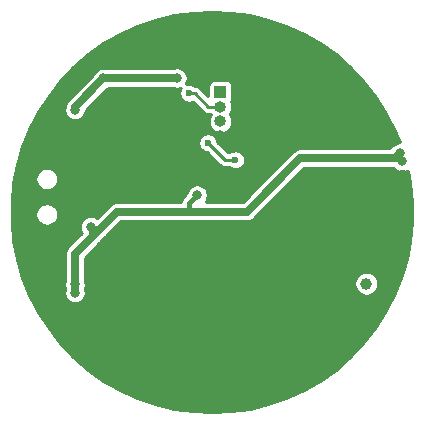
<source format=gbl>
G04 #@! TF.GenerationSoftware,KiCad,Pcbnew,(5.1.6)-1*
G04 #@! TF.CreationDate,2020-12-22T11:02:33+08:00*
G04 #@! TF.ProjectId,V1.0,56312e30-2e6b-4696-9361-645f70636258,rev?*
G04 #@! TF.SameCoordinates,Original*
G04 #@! TF.FileFunction,Copper,L2,Bot*
G04 #@! TF.FilePolarity,Positive*
%FSLAX46Y46*%
G04 Gerber Fmt 4.6, Leading zero omitted, Abs format (unit mm)*
G04 Created by KiCad (PCBNEW (5.1.6)-1) date 2020-12-22 11:02:33*
%MOMM*%
%LPD*%
G01*
G04 APERTURE LIST*
G04 #@! TA.AperFunction,ComponentPad*
%ADD10C,1.000000*%
G04 #@! TD*
G04 #@! TA.AperFunction,ComponentPad*
%ADD11O,1.000000X1.000000*%
G04 #@! TD*
G04 #@! TA.AperFunction,ComponentPad*
%ADD12R,1.000000X1.000000*%
G04 #@! TD*
G04 #@! TA.AperFunction,ViaPad*
%ADD13C,0.600000*%
G04 #@! TD*
G04 #@! TA.AperFunction,ViaPad*
%ADD14C,0.800000*%
G04 #@! TD*
G04 #@! TA.AperFunction,Conductor*
%ADD15C,0.635000*%
G04 #@! TD*
G04 #@! TA.AperFunction,Conductor*
%ADD16C,0.381000*%
G04 #@! TD*
G04 #@! TA.AperFunction,Conductor*
%ADD17C,0.254000*%
G04 #@! TD*
G04 APERTURE END LIST*
D10*
X44489600Y-36073500D03*
X43089600Y-36073500D03*
D11*
X30734000Y-23582000D03*
X30734000Y-22332000D03*
X30734000Y-21082000D03*
D12*
X30734000Y-19832000D03*
D13*
X23939500Y-16002000D03*
X33083500Y-14859000D03*
X41148000Y-22923500D03*
X41148000Y-22098000D03*
X45339000Y-26670000D03*
X46228000Y-26670000D03*
X26289000Y-25781000D03*
X24638000Y-25781000D03*
X22987000Y-25781000D03*
X22987000Y-22225000D03*
X24638000Y-22225000D03*
X26289000Y-24003000D03*
X24638000Y-24003000D03*
X22987000Y-24003000D03*
X38100000Y-18415000D03*
X37465000Y-18415000D03*
X36068000Y-20273333D03*
X26289000Y-22225000D03*
X44323000Y-26670000D03*
X43053000Y-26670000D03*
X43878500Y-22733000D03*
X44831000Y-22479000D03*
X42418000Y-23939500D03*
X39052500Y-19431000D03*
X40068500Y-16954500D03*
X39497000Y-17526000D03*
X19088100Y-40335200D03*
X21094700Y-42227500D03*
X17208500Y-38036500D03*
X18084800Y-39103300D03*
X23482300Y-41059100D03*
X22288500Y-39370000D03*
X24866600Y-33718500D03*
X25908000Y-34734500D03*
X25908000Y-36195000D03*
X24574500Y-39458900D03*
X29210000Y-32639000D03*
X30099000Y-33655000D03*
X31432500Y-34861500D03*
X33020000Y-36322000D03*
X35115500Y-33655000D03*
X36512500Y-34925000D03*
X37909500Y-36195000D03*
X39560500Y-37719000D03*
X34480500Y-37782500D03*
X36068000Y-39370000D03*
X28067000Y-16065500D03*
X31242000Y-17272000D03*
X31242000Y-16129000D03*
X30162500Y-16065500D03*
X30099000Y-17272000D03*
X34671000Y-14795500D03*
X40576500Y-29362500D03*
X39433500Y-29362500D03*
X40005000Y-30099000D03*
X36449000Y-23685500D03*
X36449000Y-22669500D03*
X36449000Y-24638000D03*
X35623500Y-23177500D03*
X35623500Y-24257000D03*
X36576000Y-31750000D03*
X38036500Y-33147000D03*
X39814500Y-34480500D03*
X37401500Y-23685500D03*
D14*
X28765500Y-28575000D03*
X27051000Y-18669000D03*
X18415000Y-21336000D03*
X19748500Y-31242000D03*
X18415000Y-36131500D03*
X18415000Y-36830000D03*
X20828000Y-18694500D03*
X45910500Y-25019000D03*
X46101000Y-25717500D03*
D13*
X32003998Y-25590500D03*
X29667200Y-24142700D03*
X28067000Y-19939000D03*
D15*
X18415000Y-36703000D02*
X18415000Y-36703000D01*
X20853500Y-18669000D02*
X20828000Y-18694500D01*
X27051000Y-18669000D02*
X20853500Y-18669000D01*
X18415000Y-21336000D02*
X18415000Y-21107500D01*
X18415000Y-21107500D02*
X20828000Y-18694500D01*
D16*
X28067000Y-29273500D02*
X28765500Y-28575000D01*
X28067000Y-30035500D02*
X28067000Y-29273500D01*
D15*
X45510501Y-25418999D02*
X45910500Y-25019000D01*
X19939000Y-31496000D02*
X20447000Y-31496000D01*
X20447000Y-31496000D02*
X21971000Y-29972000D01*
X37509501Y-25418999D02*
X45510501Y-25418999D01*
X32956500Y-29972000D02*
X37509501Y-25418999D01*
X21971000Y-29972000D02*
X32956500Y-29972000D01*
X18415000Y-36195000D02*
X18415000Y-36830000D01*
X18415000Y-33528000D02*
X18415000Y-36195000D01*
X19939000Y-31496000D02*
X19939000Y-32004000D01*
X19939000Y-32004000D02*
X18415000Y-33528000D01*
X19939000Y-32004000D02*
X20447000Y-31496000D01*
D17*
X31115000Y-25590500D02*
X32003998Y-25590500D01*
X29667200Y-24142700D02*
X31115000Y-25590500D01*
X29718000Y-21082000D02*
X30734000Y-21082000D01*
X28067000Y-19939000D02*
X28575000Y-19939000D01*
X28575000Y-19939000D02*
X29718000Y-21082000D01*
G36*
X31612816Y-13109828D02*
G01*
X33211026Y-13339616D01*
X34780156Y-13720283D01*
X36305997Y-14248381D01*
X37774729Y-14919129D01*
X39173053Y-15726451D01*
X40488304Y-16663037D01*
X41708571Y-17720405D01*
X42822803Y-18888978D01*
X43820910Y-20158174D01*
X44693853Y-21516500D01*
X45433726Y-22951653D01*
X45897858Y-24111000D01*
X45821070Y-24111000D01*
X45645646Y-24145894D01*
X45480401Y-24214341D01*
X45331684Y-24313711D01*
X45205211Y-24440184D01*
X45105841Y-24588901D01*
X45103936Y-24593499D01*
X37550051Y-24593499D01*
X37509501Y-24589505D01*
X37468950Y-24593499D01*
X37468948Y-24593499D01*
X37347675Y-24605443D01*
X37192067Y-24652646D01*
X37048658Y-24729300D01*
X36954459Y-24806607D01*
X36954456Y-24806610D01*
X36922960Y-24832458D01*
X36897112Y-24863954D01*
X32614568Y-29146500D01*
X29475677Y-29146500D01*
X29570159Y-29005099D01*
X29638606Y-28839854D01*
X29673500Y-28664430D01*
X29673500Y-28485570D01*
X29638606Y-28310146D01*
X29570159Y-28144901D01*
X29470789Y-27996184D01*
X29344316Y-27869711D01*
X29195599Y-27770341D01*
X29030354Y-27701894D01*
X28854930Y-27667000D01*
X28676070Y-27667000D01*
X28500646Y-27701894D01*
X28335401Y-27770341D01*
X28186684Y-27869711D01*
X28060211Y-27996184D01*
X27960841Y-28144901D01*
X27892394Y-28310146D01*
X27857500Y-28485570D01*
X27857500Y-28495172D01*
X27597343Y-28755330D01*
X27570698Y-28777197D01*
X27548830Y-28803843D01*
X27548826Y-28803847D01*
X27483409Y-28883557D01*
X27418549Y-29004902D01*
X27411008Y-29029762D01*
X27378607Y-29136570D01*
X27377629Y-29146500D01*
X22011542Y-29146500D01*
X21970999Y-29142507D01*
X21930456Y-29146500D01*
X21930447Y-29146500D01*
X21809174Y-29158444D01*
X21653566Y-29205647D01*
X21528678Y-29272402D01*
X21510156Y-29282302D01*
X21454033Y-29328361D01*
X21384459Y-29385459D01*
X21358608Y-29416959D01*
X20274289Y-30501279D01*
X20178599Y-30437341D01*
X20013354Y-30368894D01*
X19837930Y-30334000D01*
X19659070Y-30334000D01*
X19483646Y-30368894D01*
X19318401Y-30437341D01*
X19169684Y-30536711D01*
X19043211Y-30663184D01*
X18943841Y-30811901D01*
X18875394Y-30977146D01*
X18840500Y-31152570D01*
X18840500Y-31331430D01*
X18875394Y-31506854D01*
X18943841Y-31672099D01*
X19007779Y-31767788D01*
X17859966Y-32915602D01*
X17828459Y-32941459D01*
X17759214Y-33025835D01*
X17725301Y-33067158D01*
X17648648Y-33210566D01*
X17648647Y-33210567D01*
X17601444Y-33366175D01*
X17589500Y-33487447D01*
X17585506Y-33528000D01*
X17589500Y-33568551D01*
X17589501Y-35751713D01*
X17541894Y-35866646D01*
X17507000Y-36042070D01*
X17507000Y-36220930D01*
X17541894Y-36396354D01*
X17576852Y-36480750D01*
X17541894Y-36565146D01*
X17507000Y-36740570D01*
X17507000Y-36919430D01*
X17541894Y-37094854D01*
X17610341Y-37260099D01*
X17709711Y-37408816D01*
X17836184Y-37535289D01*
X17984901Y-37634659D01*
X18150146Y-37703106D01*
X18325570Y-37738000D01*
X18504430Y-37738000D01*
X18679854Y-37703106D01*
X18845099Y-37634659D01*
X18993816Y-37535289D01*
X19120289Y-37408816D01*
X19219659Y-37260099D01*
X19288106Y-37094854D01*
X19323000Y-36919430D01*
X19323000Y-36740570D01*
X19288106Y-36565146D01*
X19253148Y-36480750D01*
X19288106Y-36396354D01*
X19323000Y-36220930D01*
X19323000Y-36042070D01*
X19309504Y-35974221D01*
X42081600Y-35974221D01*
X42081600Y-36172779D01*
X42120337Y-36367523D01*
X42196322Y-36550967D01*
X42306635Y-36716062D01*
X42447038Y-36856465D01*
X42612133Y-36966778D01*
X42795577Y-37042763D01*
X42990321Y-37081500D01*
X43188879Y-37081500D01*
X43383623Y-37042763D01*
X43567067Y-36966778D01*
X43732162Y-36856465D01*
X43872565Y-36716062D01*
X43982878Y-36550967D01*
X44058863Y-36367523D01*
X44097600Y-36172779D01*
X44097600Y-35974221D01*
X44058863Y-35779477D01*
X43982878Y-35596033D01*
X43872565Y-35430938D01*
X43732162Y-35290535D01*
X43567067Y-35180222D01*
X43383623Y-35104237D01*
X43188879Y-35065500D01*
X42990321Y-35065500D01*
X42795577Y-35104237D01*
X42612133Y-35180222D01*
X42447038Y-35290535D01*
X42306635Y-35430938D01*
X42196322Y-35596033D01*
X42120337Y-35779477D01*
X42081600Y-35974221D01*
X19309504Y-35974221D01*
X19288106Y-35866646D01*
X19240500Y-35751715D01*
X19240500Y-33869932D01*
X20494039Y-32616394D01*
X20525541Y-32590541D01*
X20551398Y-32559034D01*
X21002034Y-32108398D01*
X21033541Y-32082541D01*
X21059398Y-32051034D01*
X22312933Y-30797500D01*
X32915950Y-30797500D01*
X32956500Y-30801494D01*
X32997050Y-30797500D01*
X32997053Y-30797500D01*
X33118326Y-30785556D01*
X33273934Y-30738353D01*
X33417342Y-30661699D01*
X33543041Y-30558541D01*
X33568898Y-30527034D01*
X37851435Y-26244499D01*
X45361088Y-26244499D01*
X45395711Y-26296316D01*
X45522184Y-26422789D01*
X45670901Y-26522159D01*
X45836146Y-26590606D01*
X46011570Y-26625500D01*
X46190430Y-26625500D01*
X46365854Y-26590606D01*
X46531099Y-26522159D01*
X46582738Y-26487655D01*
X46794300Y-27585344D01*
X46947782Y-29192678D01*
X46947782Y-30807322D01*
X46794300Y-32414656D01*
X46488727Y-34000122D01*
X46033829Y-35549362D01*
X45433726Y-37048347D01*
X44693853Y-38483500D01*
X43820910Y-39841826D01*
X42822803Y-41111022D01*
X41708571Y-42279595D01*
X40488304Y-43336963D01*
X39173053Y-44273549D01*
X37774729Y-45080871D01*
X36305997Y-45751619D01*
X34780156Y-46279717D01*
X33211026Y-46660384D01*
X31612816Y-46890172D01*
X30000000Y-46967000D01*
X28387184Y-46890172D01*
X26788974Y-46660384D01*
X25219844Y-46279717D01*
X23694003Y-45751619D01*
X22225271Y-45080871D01*
X20826947Y-44273549D01*
X19511696Y-43336963D01*
X18291429Y-42279595D01*
X17177197Y-41111022D01*
X16179090Y-39841826D01*
X15306147Y-38483500D01*
X14566274Y-37048347D01*
X13966171Y-35549362D01*
X13511273Y-34000122D01*
X13205700Y-32414656D01*
X13052218Y-30807322D01*
X13052218Y-30107645D01*
X15075500Y-30107645D01*
X15075500Y-30296355D01*
X15112316Y-30481438D01*
X15184532Y-30655783D01*
X15289373Y-30812689D01*
X15422811Y-30946127D01*
X15579717Y-31050968D01*
X15754062Y-31123184D01*
X15939145Y-31160000D01*
X16127855Y-31160000D01*
X16312938Y-31123184D01*
X16487283Y-31050968D01*
X16644189Y-30946127D01*
X16777627Y-30812689D01*
X16882468Y-30655783D01*
X16954684Y-30481438D01*
X16991500Y-30296355D01*
X16991500Y-30107645D01*
X16954684Y-29922562D01*
X16882468Y-29748217D01*
X16777627Y-29591311D01*
X16644189Y-29457873D01*
X16487283Y-29353032D01*
X16312938Y-29280816D01*
X16127855Y-29244000D01*
X15939145Y-29244000D01*
X15754062Y-29280816D01*
X15579717Y-29353032D01*
X15422811Y-29457873D01*
X15289373Y-29591311D01*
X15184532Y-29748217D01*
X15112316Y-29922562D01*
X15075500Y-30107645D01*
X13052218Y-30107645D01*
X13052218Y-29192678D01*
X13205700Y-27585344D01*
X13297768Y-27107645D01*
X15075500Y-27107645D01*
X15075500Y-27296355D01*
X15112316Y-27481438D01*
X15184532Y-27655783D01*
X15289373Y-27812689D01*
X15422811Y-27946127D01*
X15579717Y-28050968D01*
X15754062Y-28123184D01*
X15939145Y-28160000D01*
X16127855Y-28160000D01*
X16312938Y-28123184D01*
X16487283Y-28050968D01*
X16644189Y-27946127D01*
X16777627Y-27812689D01*
X16882468Y-27655783D01*
X16954684Y-27481438D01*
X16991500Y-27296355D01*
X16991500Y-27107645D01*
X16954684Y-26922562D01*
X16882468Y-26748217D01*
X16777627Y-26591311D01*
X16644189Y-26457873D01*
X16487283Y-26353032D01*
X16312938Y-26280816D01*
X16127855Y-26244000D01*
X15939145Y-26244000D01*
X15754062Y-26280816D01*
X15579717Y-26353032D01*
X15422811Y-26457873D01*
X15289373Y-26591311D01*
X15184532Y-26748217D01*
X15112316Y-26922562D01*
X15075500Y-27107645D01*
X13297768Y-27107645D01*
X13511273Y-25999878D01*
X13966171Y-24450638D01*
X14121310Y-24063119D01*
X28859200Y-24063119D01*
X28859200Y-24222281D01*
X28890251Y-24378385D01*
X28951159Y-24525432D01*
X29039585Y-24657770D01*
X29152130Y-24770315D01*
X29284468Y-24858741D01*
X29431515Y-24919649D01*
X29574582Y-24948107D01*
X30643934Y-26017460D01*
X30663815Y-26041685D01*
X30688039Y-26061565D01*
X30688042Y-26061568D01*
X30760505Y-26121037D01*
X30798931Y-26141576D01*
X30870820Y-26180002D01*
X30990518Y-26216312D01*
X31083808Y-26225500D01*
X31083818Y-26225500D01*
X31114999Y-26228571D01*
X31146180Y-26225500D01*
X31499980Y-26225500D01*
X31621266Y-26306541D01*
X31768313Y-26367449D01*
X31924417Y-26398500D01*
X32083579Y-26398500D01*
X32239683Y-26367449D01*
X32386730Y-26306541D01*
X32519068Y-26218115D01*
X32631613Y-26105570D01*
X32720039Y-25973232D01*
X32780947Y-25826185D01*
X32811998Y-25670081D01*
X32811998Y-25510919D01*
X32780947Y-25354815D01*
X32720039Y-25207768D01*
X32631613Y-25075430D01*
X32519068Y-24962885D01*
X32386730Y-24874459D01*
X32239683Y-24813551D01*
X32083579Y-24782500D01*
X31924417Y-24782500D01*
X31768313Y-24813551D01*
X31621266Y-24874459D01*
X31499980Y-24955500D01*
X31378026Y-24955500D01*
X30472607Y-24050082D01*
X30444149Y-23907015D01*
X30383241Y-23759968D01*
X30294815Y-23627630D01*
X30182270Y-23515085D01*
X30049932Y-23426659D01*
X29902885Y-23365751D01*
X29746781Y-23334700D01*
X29587619Y-23334700D01*
X29431515Y-23365751D01*
X29284468Y-23426659D01*
X29152130Y-23515085D01*
X29039585Y-23627630D01*
X28951159Y-23759968D01*
X28890251Y-23907015D01*
X28859200Y-24063119D01*
X14121310Y-24063119D01*
X14566274Y-22951653D01*
X15306147Y-21516500D01*
X15479620Y-21246570D01*
X17507000Y-21246570D01*
X17507000Y-21425430D01*
X17541894Y-21600854D01*
X17610341Y-21766099D01*
X17709711Y-21914816D01*
X17836184Y-22041289D01*
X17984901Y-22140659D01*
X18150146Y-22209106D01*
X18325570Y-22244000D01*
X18504430Y-22244000D01*
X18679854Y-22209106D01*
X18845099Y-22140659D01*
X18993816Y-22041289D01*
X19120289Y-21914816D01*
X19219659Y-21766099D01*
X19288106Y-21600854D01*
X19323000Y-21425430D01*
X19323000Y-21366932D01*
X21143167Y-19546765D01*
X21258099Y-19499159D01*
X21265072Y-19494500D01*
X26671215Y-19494500D01*
X26786146Y-19542106D01*
X26961570Y-19577000D01*
X27140430Y-19577000D01*
X27315854Y-19542106D01*
X27377477Y-19516581D01*
X27350959Y-19556268D01*
X27290051Y-19703315D01*
X27259000Y-19859419D01*
X27259000Y-20018581D01*
X27290051Y-20174685D01*
X27350959Y-20321732D01*
X27439385Y-20454070D01*
X27551930Y-20566615D01*
X27684268Y-20655041D01*
X27831315Y-20715949D01*
X27987419Y-20747000D01*
X28146581Y-20747000D01*
X28302685Y-20715949D01*
X28409628Y-20671652D01*
X29246930Y-21508955D01*
X29266815Y-21533185D01*
X29363506Y-21612537D01*
X29473820Y-21671502D01*
X29593518Y-21707812D01*
X29686808Y-21717000D01*
X29686818Y-21717000D01*
X29717999Y-21720071D01*
X29749180Y-21717000D01*
X29932619Y-21717000D01*
X29840722Y-21854533D01*
X29764737Y-22037977D01*
X29726000Y-22232721D01*
X29726000Y-22431279D01*
X29764737Y-22626023D01*
X29840722Y-22809467D01*
X29951035Y-22974562D01*
X30091438Y-23114965D01*
X30256533Y-23225278D01*
X30439977Y-23301263D01*
X30634721Y-23340000D01*
X30833279Y-23340000D01*
X31028023Y-23301263D01*
X31211467Y-23225278D01*
X31376562Y-23114965D01*
X31516965Y-22974562D01*
X31627278Y-22809467D01*
X31703263Y-22626023D01*
X31742000Y-22431279D01*
X31742000Y-22232721D01*
X31703263Y-22037977D01*
X31627278Y-21854533D01*
X31528700Y-21707000D01*
X31627278Y-21559467D01*
X31703263Y-21376023D01*
X31742000Y-21181279D01*
X31742000Y-20982721D01*
X31703263Y-20787977D01*
X31640772Y-20637110D01*
X31658429Y-20615595D01*
X31705601Y-20527343D01*
X31734649Y-20431585D01*
X31744457Y-20332000D01*
X31744457Y-19332000D01*
X31734649Y-19232415D01*
X31705601Y-19136657D01*
X31658429Y-19048405D01*
X31594948Y-18971052D01*
X31517595Y-18907571D01*
X31429343Y-18860399D01*
X31333585Y-18831351D01*
X31234000Y-18821543D01*
X30234000Y-18821543D01*
X30134415Y-18831351D01*
X30038657Y-18860399D01*
X29950405Y-18907571D01*
X29873052Y-18971052D01*
X29809571Y-19048405D01*
X29762399Y-19136657D01*
X29733351Y-19232415D01*
X29723543Y-19332000D01*
X29723543Y-20189518D01*
X29046074Y-19512050D01*
X29026185Y-19487815D01*
X28929494Y-19408463D01*
X28819180Y-19349498D01*
X28699482Y-19313188D01*
X28606192Y-19304000D01*
X28606181Y-19304000D01*
X28575000Y-19300929D01*
X28567524Y-19301665D01*
X28449732Y-19222959D01*
X28302685Y-19162051D01*
X28146581Y-19131000D01*
X27987419Y-19131000D01*
X27831315Y-19162051D01*
X27806815Y-19172199D01*
X27855659Y-19099099D01*
X27924106Y-18933854D01*
X27959000Y-18758430D01*
X27959000Y-18579570D01*
X27924106Y-18404146D01*
X27855659Y-18238901D01*
X27756289Y-18090184D01*
X27629816Y-17963711D01*
X27481099Y-17864341D01*
X27315854Y-17795894D01*
X27140430Y-17761000D01*
X26961570Y-17761000D01*
X26786146Y-17795894D01*
X26671215Y-17843500D01*
X21146222Y-17843500D01*
X21092854Y-17821394D01*
X20917430Y-17786500D01*
X20738570Y-17786500D01*
X20563146Y-17821394D01*
X20397901Y-17889841D01*
X20249184Y-17989211D01*
X20122711Y-18115684D01*
X20023341Y-18264401D01*
X19975735Y-18379333D01*
X17859965Y-20495103D01*
X17828459Y-20520959D01*
X17725301Y-20646658D01*
X17648647Y-20790066D01*
X17616143Y-20897218D01*
X17610341Y-20905901D01*
X17541894Y-21071146D01*
X17507000Y-21246570D01*
X15479620Y-21246570D01*
X16179090Y-20158174D01*
X17177197Y-18888978D01*
X18291429Y-17720405D01*
X19511696Y-16663037D01*
X20826947Y-15726451D01*
X22225271Y-14919129D01*
X23694003Y-14248381D01*
X25219844Y-13720283D01*
X26788974Y-13339616D01*
X28387184Y-13109828D01*
X30000000Y-13033000D01*
X31612816Y-13109828D01*
G37*
X31612816Y-13109828D02*
X33211026Y-13339616D01*
X34780156Y-13720283D01*
X36305997Y-14248381D01*
X37774729Y-14919129D01*
X39173053Y-15726451D01*
X40488304Y-16663037D01*
X41708571Y-17720405D01*
X42822803Y-18888978D01*
X43820910Y-20158174D01*
X44693853Y-21516500D01*
X45433726Y-22951653D01*
X45897858Y-24111000D01*
X45821070Y-24111000D01*
X45645646Y-24145894D01*
X45480401Y-24214341D01*
X45331684Y-24313711D01*
X45205211Y-24440184D01*
X45105841Y-24588901D01*
X45103936Y-24593499D01*
X37550051Y-24593499D01*
X37509501Y-24589505D01*
X37468950Y-24593499D01*
X37468948Y-24593499D01*
X37347675Y-24605443D01*
X37192067Y-24652646D01*
X37048658Y-24729300D01*
X36954459Y-24806607D01*
X36954456Y-24806610D01*
X36922960Y-24832458D01*
X36897112Y-24863954D01*
X32614568Y-29146500D01*
X29475677Y-29146500D01*
X29570159Y-29005099D01*
X29638606Y-28839854D01*
X29673500Y-28664430D01*
X29673500Y-28485570D01*
X29638606Y-28310146D01*
X29570159Y-28144901D01*
X29470789Y-27996184D01*
X29344316Y-27869711D01*
X29195599Y-27770341D01*
X29030354Y-27701894D01*
X28854930Y-27667000D01*
X28676070Y-27667000D01*
X28500646Y-27701894D01*
X28335401Y-27770341D01*
X28186684Y-27869711D01*
X28060211Y-27996184D01*
X27960841Y-28144901D01*
X27892394Y-28310146D01*
X27857500Y-28485570D01*
X27857500Y-28495172D01*
X27597343Y-28755330D01*
X27570698Y-28777197D01*
X27548830Y-28803843D01*
X27548826Y-28803847D01*
X27483409Y-28883557D01*
X27418549Y-29004902D01*
X27411008Y-29029762D01*
X27378607Y-29136570D01*
X27377629Y-29146500D01*
X22011542Y-29146500D01*
X21970999Y-29142507D01*
X21930456Y-29146500D01*
X21930447Y-29146500D01*
X21809174Y-29158444D01*
X21653566Y-29205647D01*
X21528678Y-29272402D01*
X21510156Y-29282302D01*
X21454033Y-29328361D01*
X21384459Y-29385459D01*
X21358608Y-29416959D01*
X20274289Y-30501279D01*
X20178599Y-30437341D01*
X20013354Y-30368894D01*
X19837930Y-30334000D01*
X19659070Y-30334000D01*
X19483646Y-30368894D01*
X19318401Y-30437341D01*
X19169684Y-30536711D01*
X19043211Y-30663184D01*
X18943841Y-30811901D01*
X18875394Y-30977146D01*
X18840500Y-31152570D01*
X18840500Y-31331430D01*
X18875394Y-31506854D01*
X18943841Y-31672099D01*
X19007779Y-31767788D01*
X17859966Y-32915602D01*
X17828459Y-32941459D01*
X17759214Y-33025835D01*
X17725301Y-33067158D01*
X17648648Y-33210566D01*
X17648647Y-33210567D01*
X17601444Y-33366175D01*
X17589500Y-33487447D01*
X17585506Y-33528000D01*
X17589500Y-33568551D01*
X17589501Y-35751713D01*
X17541894Y-35866646D01*
X17507000Y-36042070D01*
X17507000Y-36220930D01*
X17541894Y-36396354D01*
X17576852Y-36480750D01*
X17541894Y-36565146D01*
X17507000Y-36740570D01*
X17507000Y-36919430D01*
X17541894Y-37094854D01*
X17610341Y-37260099D01*
X17709711Y-37408816D01*
X17836184Y-37535289D01*
X17984901Y-37634659D01*
X18150146Y-37703106D01*
X18325570Y-37738000D01*
X18504430Y-37738000D01*
X18679854Y-37703106D01*
X18845099Y-37634659D01*
X18993816Y-37535289D01*
X19120289Y-37408816D01*
X19219659Y-37260099D01*
X19288106Y-37094854D01*
X19323000Y-36919430D01*
X19323000Y-36740570D01*
X19288106Y-36565146D01*
X19253148Y-36480750D01*
X19288106Y-36396354D01*
X19323000Y-36220930D01*
X19323000Y-36042070D01*
X19309504Y-35974221D01*
X42081600Y-35974221D01*
X42081600Y-36172779D01*
X42120337Y-36367523D01*
X42196322Y-36550967D01*
X42306635Y-36716062D01*
X42447038Y-36856465D01*
X42612133Y-36966778D01*
X42795577Y-37042763D01*
X42990321Y-37081500D01*
X43188879Y-37081500D01*
X43383623Y-37042763D01*
X43567067Y-36966778D01*
X43732162Y-36856465D01*
X43872565Y-36716062D01*
X43982878Y-36550967D01*
X44058863Y-36367523D01*
X44097600Y-36172779D01*
X44097600Y-35974221D01*
X44058863Y-35779477D01*
X43982878Y-35596033D01*
X43872565Y-35430938D01*
X43732162Y-35290535D01*
X43567067Y-35180222D01*
X43383623Y-35104237D01*
X43188879Y-35065500D01*
X42990321Y-35065500D01*
X42795577Y-35104237D01*
X42612133Y-35180222D01*
X42447038Y-35290535D01*
X42306635Y-35430938D01*
X42196322Y-35596033D01*
X42120337Y-35779477D01*
X42081600Y-35974221D01*
X19309504Y-35974221D01*
X19288106Y-35866646D01*
X19240500Y-35751715D01*
X19240500Y-33869932D01*
X20494039Y-32616394D01*
X20525541Y-32590541D01*
X20551398Y-32559034D01*
X21002034Y-32108398D01*
X21033541Y-32082541D01*
X21059398Y-32051034D01*
X22312933Y-30797500D01*
X32915950Y-30797500D01*
X32956500Y-30801494D01*
X32997050Y-30797500D01*
X32997053Y-30797500D01*
X33118326Y-30785556D01*
X33273934Y-30738353D01*
X33417342Y-30661699D01*
X33543041Y-30558541D01*
X33568898Y-30527034D01*
X37851435Y-26244499D01*
X45361088Y-26244499D01*
X45395711Y-26296316D01*
X45522184Y-26422789D01*
X45670901Y-26522159D01*
X45836146Y-26590606D01*
X46011570Y-26625500D01*
X46190430Y-26625500D01*
X46365854Y-26590606D01*
X46531099Y-26522159D01*
X46582738Y-26487655D01*
X46794300Y-27585344D01*
X46947782Y-29192678D01*
X46947782Y-30807322D01*
X46794300Y-32414656D01*
X46488727Y-34000122D01*
X46033829Y-35549362D01*
X45433726Y-37048347D01*
X44693853Y-38483500D01*
X43820910Y-39841826D01*
X42822803Y-41111022D01*
X41708571Y-42279595D01*
X40488304Y-43336963D01*
X39173053Y-44273549D01*
X37774729Y-45080871D01*
X36305997Y-45751619D01*
X34780156Y-46279717D01*
X33211026Y-46660384D01*
X31612816Y-46890172D01*
X30000000Y-46967000D01*
X28387184Y-46890172D01*
X26788974Y-46660384D01*
X25219844Y-46279717D01*
X23694003Y-45751619D01*
X22225271Y-45080871D01*
X20826947Y-44273549D01*
X19511696Y-43336963D01*
X18291429Y-42279595D01*
X17177197Y-41111022D01*
X16179090Y-39841826D01*
X15306147Y-38483500D01*
X14566274Y-37048347D01*
X13966171Y-35549362D01*
X13511273Y-34000122D01*
X13205700Y-32414656D01*
X13052218Y-30807322D01*
X13052218Y-30107645D01*
X15075500Y-30107645D01*
X15075500Y-30296355D01*
X15112316Y-30481438D01*
X15184532Y-30655783D01*
X15289373Y-30812689D01*
X15422811Y-30946127D01*
X15579717Y-31050968D01*
X15754062Y-31123184D01*
X15939145Y-31160000D01*
X16127855Y-31160000D01*
X16312938Y-31123184D01*
X16487283Y-31050968D01*
X16644189Y-30946127D01*
X16777627Y-30812689D01*
X16882468Y-30655783D01*
X16954684Y-30481438D01*
X16991500Y-30296355D01*
X16991500Y-30107645D01*
X16954684Y-29922562D01*
X16882468Y-29748217D01*
X16777627Y-29591311D01*
X16644189Y-29457873D01*
X16487283Y-29353032D01*
X16312938Y-29280816D01*
X16127855Y-29244000D01*
X15939145Y-29244000D01*
X15754062Y-29280816D01*
X15579717Y-29353032D01*
X15422811Y-29457873D01*
X15289373Y-29591311D01*
X15184532Y-29748217D01*
X15112316Y-29922562D01*
X15075500Y-30107645D01*
X13052218Y-30107645D01*
X13052218Y-29192678D01*
X13205700Y-27585344D01*
X13297768Y-27107645D01*
X15075500Y-27107645D01*
X15075500Y-27296355D01*
X15112316Y-27481438D01*
X15184532Y-27655783D01*
X15289373Y-27812689D01*
X15422811Y-27946127D01*
X15579717Y-28050968D01*
X15754062Y-28123184D01*
X15939145Y-28160000D01*
X16127855Y-28160000D01*
X16312938Y-28123184D01*
X16487283Y-28050968D01*
X16644189Y-27946127D01*
X16777627Y-27812689D01*
X16882468Y-27655783D01*
X16954684Y-27481438D01*
X16991500Y-27296355D01*
X16991500Y-27107645D01*
X16954684Y-26922562D01*
X16882468Y-26748217D01*
X16777627Y-26591311D01*
X16644189Y-26457873D01*
X16487283Y-26353032D01*
X16312938Y-26280816D01*
X16127855Y-26244000D01*
X15939145Y-26244000D01*
X15754062Y-26280816D01*
X15579717Y-26353032D01*
X15422811Y-26457873D01*
X15289373Y-26591311D01*
X15184532Y-26748217D01*
X15112316Y-26922562D01*
X15075500Y-27107645D01*
X13297768Y-27107645D01*
X13511273Y-25999878D01*
X13966171Y-24450638D01*
X14121310Y-24063119D01*
X28859200Y-24063119D01*
X28859200Y-24222281D01*
X28890251Y-24378385D01*
X28951159Y-24525432D01*
X29039585Y-24657770D01*
X29152130Y-24770315D01*
X29284468Y-24858741D01*
X29431515Y-24919649D01*
X29574582Y-24948107D01*
X30643934Y-26017460D01*
X30663815Y-26041685D01*
X30688039Y-26061565D01*
X30688042Y-26061568D01*
X30760505Y-26121037D01*
X30798931Y-26141576D01*
X30870820Y-26180002D01*
X30990518Y-26216312D01*
X31083808Y-26225500D01*
X31083818Y-26225500D01*
X31114999Y-26228571D01*
X31146180Y-26225500D01*
X31499980Y-26225500D01*
X31621266Y-26306541D01*
X31768313Y-26367449D01*
X31924417Y-26398500D01*
X32083579Y-26398500D01*
X32239683Y-26367449D01*
X32386730Y-26306541D01*
X32519068Y-26218115D01*
X32631613Y-26105570D01*
X32720039Y-25973232D01*
X32780947Y-25826185D01*
X32811998Y-25670081D01*
X32811998Y-25510919D01*
X32780947Y-25354815D01*
X32720039Y-25207768D01*
X32631613Y-25075430D01*
X32519068Y-24962885D01*
X32386730Y-24874459D01*
X32239683Y-24813551D01*
X32083579Y-24782500D01*
X31924417Y-24782500D01*
X31768313Y-24813551D01*
X31621266Y-24874459D01*
X31499980Y-24955500D01*
X31378026Y-24955500D01*
X30472607Y-24050082D01*
X30444149Y-23907015D01*
X30383241Y-23759968D01*
X30294815Y-23627630D01*
X30182270Y-23515085D01*
X30049932Y-23426659D01*
X29902885Y-23365751D01*
X29746781Y-23334700D01*
X29587619Y-23334700D01*
X29431515Y-23365751D01*
X29284468Y-23426659D01*
X29152130Y-23515085D01*
X29039585Y-23627630D01*
X28951159Y-23759968D01*
X28890251Y-23907015D01*
X28859200Y-24063119D01*
X14121310Y-24063119D01*
X14566274Y-22951653D01*
X15306147Y-21516500D01*
X15479620Y-21246570D01*
X17507000Y-21246570D01*
X17507000Y-21425430D01*
X17541894Y-21600854D01*
X17610341Y-21766099D01*
X17709711Y-21914816D01*
X17836184Y-22041289D01*
X17984901Y-22140659D01*
X18150146Y-22209106D01*
X18325570Y-22244000D01*
X18504430Y-22244000D01*
X18679854Y-22209106D01*
X18845099Y-22140659D01*
X18993816Y-22041289D01*
X19120289Y-21914816D01*
X19219659Y-21766099D01*
X19288106Y-21600854D01*
X19323000Y-21425430D01*
X19323000Y-21366932D01*
X21143167Y-19546765D01*
X21258099Y-19499159D01*
X21265072Y-19494500D01*
X26671215Y-19494500D01*
X26786146Y-19542106D01*
X26961570Y-19577000D01*
X27140430Y-19577000D01*
X27315854Y-19542106D01*
X27377477Y-19516581D01*
X27350959Y-19556268D01*
X27290051Y-19703315D01*
X27259000Y-19859419D01*
X27259000Y-20018581D01*
X27290051Y-20174685D01*
X27350959Y-20321732D01*
X27439385Y-20454070D01*
X27551930Y-20566615D01*
X27684268Y-20655041D01*
X27831315Y-20715949D01*
X27987419Y-20747000D01*
X28146581Y-20747000D01*
X28302685Y-20715949D01*
X28409628Y-20671652D01*
X29246930Y-21508955D01*
X29266815Y-21533185D01*
X29363506Y-21612537D01*
X29473820Y-21671502D01*
X29593518Y-21707812D01*
X29686808Y-21717000D01*
X29686818Y-21717000D01*
X29717999Y-21720071D01*
X29749180Y-21717000D01*
X29932619Y-21717000D01*
X29840722Y-21854533D01*
X29764737Y-22037977D01*
X29726000Y-22232721D01*
X29726000Y-22431279D01*
X29764737Y-22626023D01*
X29840722Y-22809467D01*
X29951035Y-22974562D01*
X30091438Y-23114965D01*
X30256533Y-23225278D01*
X30439977Y-23301263D01*
X30634721Y-23340000D01*
X30833279Y-23340000D01*
X31028023Y-23301263D01*
X31211467Y-23225278D01*
X31376562Y-23114965D01*
X31516965Y-22974562D01*
X31627278Y-22809467D01*
X31703263Y-22626023D01*
X31742000Y-22431279D01*
X31742000Y-22232721D01*
X31703263Y-22037977D01*
X31627278Y-21854533D01*
X31528700Y-21707000D01*
X31627278Y-21559467D01*
X31703263Y-21376023D01*
X31742000Y-21181279D01*
X31742000Y-20982721D01*
X31703263Y-20787977D01*
X31640772Y-20637110D01*
X31658429Y-20615595D01*
X31705601Y-20527343D01*
X31734649Y-20431585D01*
X31744457Y-20332000D01*
X31744457Y-19332000D01*
X31734649Y-19232415D01*
X31705601Y-19136657D01*
X31658429Y-19048405D01*
X31594948Y-18971052D01*
X31517595Y-18907571D01*
X31429343Y-18860399D01*
X31333585Y-18831351D01*
X31234000Y-18821543D01*
X30234000Y-18821543D01*
X30134415Y-18831351D01*
X30038657Y-18860399D01*
X29950405Y-18907571D01*
X29873052Y-18971052D01*
X29809571Y-19048405D01*
X29762399Y-19136657D01*
X29733351Y-19232415D01*
X29723543Y-19332000D01*
X29723543Y-20189518D01*
X29046074Y-19512050D01*
X29026185Y-19487815D01*
X28929494Y-19408463D01*
X28819180Y-19349498D01*
X28699482Y-19313188D01*
X28606192Y-19304000D01*
X28606181Y-19304000D01*
X28575000Y-19300929D01*
X28567524Y-19301665D01*
X28449732Y-19222959D01*
X28302685Y-19162051D01*
X28146581Y-19131000D01*
X27987419Y-19131000D01*
X27831315Y-19162051D01*
X27806815Y-19172199D01*
X27855659Y-19099099D01*
X27924106Y-18933854D01*
X27959000Y-18758430D01*
X27959000Y-18579570D01*
X27924106Y-18404146D01*
X27855659Y-18238901D01*
X27756289Y-18090184D01*
X27629816Y-17963711D01*
X27481099Y-17864341D01*
X27315854Y-17795894D01*
X27140430Y-17761000D01*
X26961570Y-17761000D01*
X26786146Y-17795894D01*
X26671215Y-17843500D01*
X21146222Y-17843500D01*
X21092854Y-17821394D01*
X20917430Y-17786500D01*
X20738570Y-17786500D01*
X20563146Y-17821394D01*
X20397901Y-17889841D01*
X20249184Y-17989211D01*
X20122711Y-18115684D01*
X20023341Y-18264401D01*
X19975735Y-18379333D01*
X17859965Y-20495103D01*
X17828459Y-20520959D01*
X17725301Y-20646658D01*
X17648647Y-20790066D01*
X17616143Y-20897218D01*
X17610341Y-20905901D01*
X17541894Y-21071146D01*
X17507000Y-21246570D01*
X15479620Y-21246570D01*
X16179090Y-20158174D01*
X17177197Y-18888978D01*
X18291429Y-17720405D01*
X19511696Y-16663037D01*
X20826947Y-15726451D01*
X22225271Y-14919129D01*
X23694003Y-14248381D01*
X25219844Y-13720283D01*
X26788974Y-13339616D01*
X28387184Y-13109828D01*
X30000000Y-13033000D01*
X31612816Y-13109828D01*
M02*

</source>
